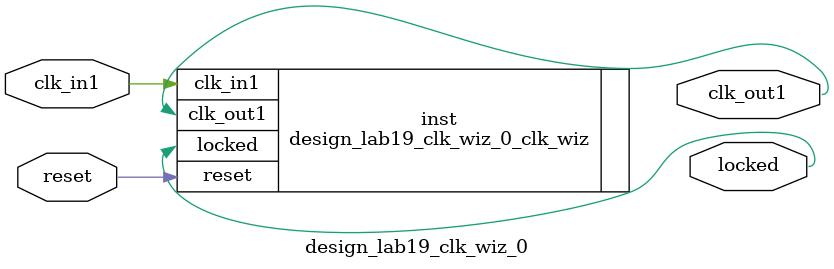
<source format=v>


`timescale 1ps/1ps

(* CORE_GENERATION_INFO = "design_lab19_clk_wiz_0,clk_wiz_v6_0_15_0_0,{component_name=design_lab19_clk_wiz_0,use_phase_alignment=true,use_min_o_jitter=false,use_max_i_jitter=false,use_dyn_phase_shift=false,use_inclk_switchover=false,use_dyn_reconfig=false,enable_axi=0,feedback_source=FDBK_AUTO,PRIMITIVE=MMCM,num_out_clk=1,clkin1_period=10.000,clkin2_period=10.000,use_power_down=false,use_reset=true,use_locked=true,use_inclk_stopped=false,feedback_type=SINGLE,CLOCK_MGR_TYPE=NA,manual_override=false}" *)

module design_lab19_clk_wiz_0 
 (
  // Clock out ports
  output        clk_out1,
  // Status and control signals
  input         reset,
  output        locked,
 // Clock in ports
  input         clk_in1
 );

  design_lab19_clk_wiz_0_clk_wiz inst
  (
  // Clock out ports  
  .clk_out1(clk_out1),
  // Status and control signals               
  .reset(reset), 
  .locked(locked),
 // Clock in ports
  .clk_in1(clk_in1)
  );

endmodule

</source>
